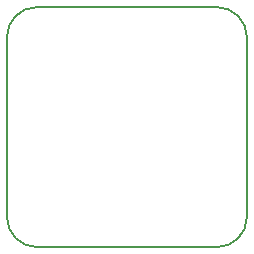
<source format=gko>
G04 DipTrace 3.2.0.1*
G04 I2C_Breakout.gko*
%MOIN*%
G04 #@! TF.FileFunction,Profile*
G04 #@! TF.Part,Single*
%ADD11C,0.005512*%
%FSLAX26Y26*%
G04*
G70*
G90*
G75*
G01*
G04 BoardOutline*
%LPD*%
X493701Y393701D2*
D11*
X1093701D1*
G03X1193701Y493701I2J99998D01*
G01*
Y1093701D1*
G03X1093701Y1193701I-99998J2D01*
G01*
X493701D1*
G03X393701Y1093701I-2J-99998D01*
G01*
Y493701D1*
G03X493701Y393701I99998J-2D01*
G01*
M02*

</source>
